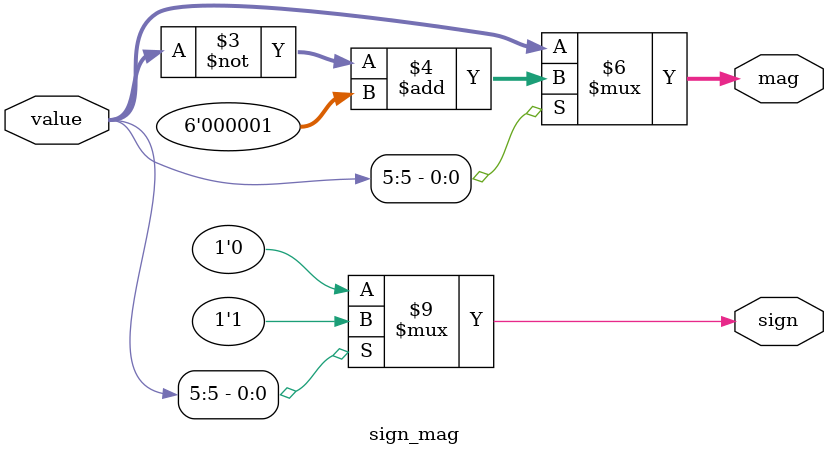
<source format=sv>
module sign_mag(input logic [5:0] value, output logic [5:0] mag, output logic sign);

always_comb begin
	if(value[5]==1'b1) begin
		sign<=1'b1;
		mag<=(~value+6'b1);
		end
	else begin
		sign<=1'b0;
		mag<=value;
		end
end

endmodule

</source>
